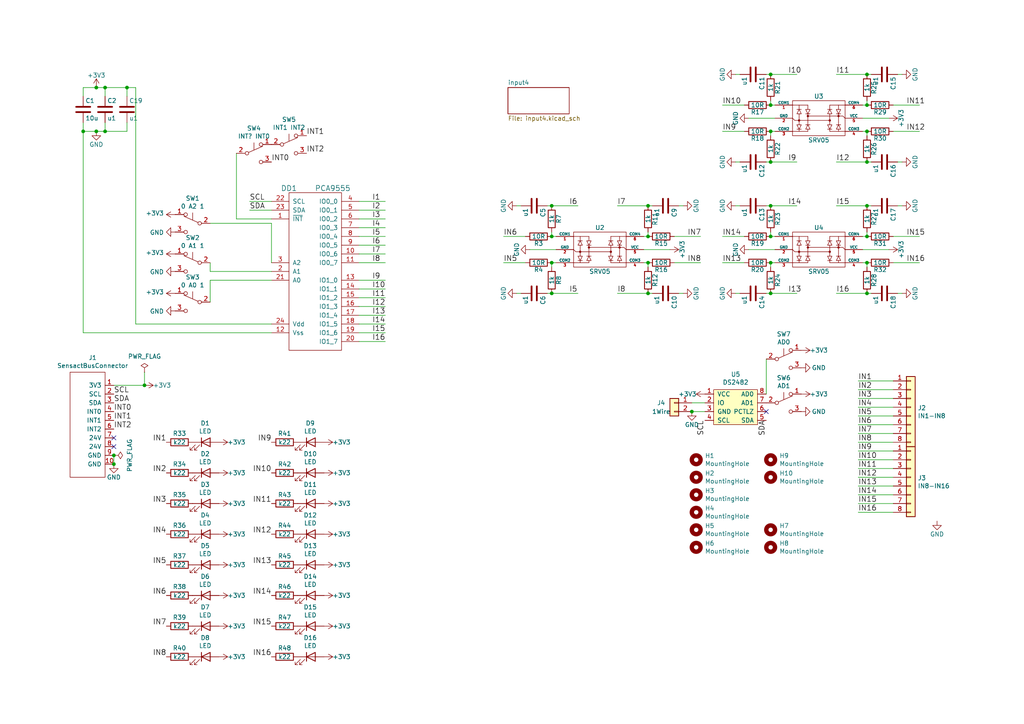
<source format=kicad_sch>
(kicad_sch (version 20211123) (generator eeschema)
  (paper "A4")
  (junction (at 33.02 134.62))
  (junction (at 200.66 119.38))
  (junction (at 223.52 85.09))
  (junction (at 41.91 111.76))
  (junction (at 251.46 46.99))
  (junction (at 223.52 76.2))
  (junction (at 223.52 46.99))
  (junction (at 187.96 76.2))
  (junction (at 187.96 59.69))
  (junction (at 251.46 59.69))
  (junction (at 30.48 38.1))
  (junction (at 187.96 68.58))
  (junction (at 251.46 76.2))
  (junction (at 251.46 21.59))
  (junction (at 160.02 68.58))
  (junction (at 187.96 85.09))
  (junction (at 160.02 85.09))
  (junction (at 160.02 76.2))
  (junction (at 223.52 68.58))
  (junction (at 27.94 38.1))
  (junction (at 33.02 132.08))
  (junction (at 223.52 21.59))
  (junction (at 24.13 38.1))
  (junction (at 160.02 59.69))
  (junction (at 30.48 25.4))
  (junction (at 223.52 30.48))
  (junction (at 251.46 68.58))
  (junction (at 251.46 85.09))
  (junction (at 223.52 59.69))
  (junction (at 251.46 38.1))
  (junction (at 27.94 25.4))
  (junction (at 223.52 38.1))
  (junction (at 251.46 30.48))
  (junction (at 36.83 25.4))
  (no_connect (at 33.02 127))
  (no_connect (at 33.02 129.54))
  (no_connect (at 222.25 119.38))
  (wire (pts (xy 104.14 91.44) (xy 111.76 91.44)))
  (wire (pts (xy 198.12 59.69) (xy 196.85 59.69)))
  (wire (pts (xy 223.52 38.1) (xy 223.52 39.37)))
  (wire (pts (xy 151.13 85.09) (xy 149.86 85.09)))
  (wire (pts (xy 24.13 38.1) (xy 27.94 38.1)))
  (wire (pts (xy 215.9 30.48) (xy 209.55 30.48)))
  (wire (pts (xy 223.52 21.59) (xy 231.14 21.59)))
  (wire (pts (xy 257.81 34.29) (xy 250.19 34.29)))
  (wire (pts (xy 222.25 21.59) (xy 223.52 21.59)))
  (wire (pts (xy 27.94 25.4) (xy 30.48 25.4)))
  (wire (pts (xy 68.58 44.45) (xy 68.58 63.5)))
  (wire (pts (xy 36.83 25.4) (xy 39.37 25.4)))
  (wire (pts (xy 24.13 38.1) (xy 24.13 96.52)))
  (wire (pts (xy 179.07 85.09) (xy 187.96 85.09)))
  (wire (pts (xy 223.52 68.58) (xy 223.52 67.31)))
  (wire (pts (xy 259.08 125.73) (xy 248.92 125.73)))
  (wire (pts (xy 60.96 64.77) (xy 78.74 64.77)))
  (wire (pts (xy 30.48 38.1) (xy 30.48 35.56)))
  (wire (pts (xy 250.19 30.48) (xy 251.46 30.48)))
  (wire (pts (xy 224.79 72.39) (xy 217.17 72.39)))
  (wire (pts (xy 222.25 85.09) (xy 223.52 85.09)))
  (wire (pts (xy 259.08 138.43) (xy 248.92 138.43)))
  (wire (pts (xy 104.14 81.28) (xy 111.76 81.28)))
  (wire (pts (xy 60.96 78.74) (xy 78.74 78.74)))
  (wire (pts (xy 30.48 25.4) (xy 30.48 27.94)))
  (wire (pts (xy 251.46 59.69) (xy 252.73 59.69)))
  (wire (pts (xy 195.58 68.58) (xy 203.2 68.58)))
  (wire (pts (xy 261.62 46.99) (xy 260.35 46.99)))
  (wire (pts (xy 78.74 93.98) (xy 39.37 93.98)))
  (wire (pts (xy 104.14 73.66) (xy 111.76 73.66)))
  (wire (pts (xy 259.08 133.35) (xy 248.92 133.35)))
  (wire (pts (xy 104.14 58.42) (xy 111.76 58.42)))
  (wire (pts (xy 78.74 81.28) (xy 60.96 81.28)))
  (wire (pts (xy 187.96 68.58) (xy 187.96 67.31)))
  (wire (pts (xy 187.96 85.09) (xy 189.23 85.09)))
  (wire (pts (xy 30.48 38.1) (xy 36.83 38.1)))
  (wire (pts (xy 104.14 68.58) (xy 111.76 68.58)))
  (wire (pts (xy 223.52 30.48) (xy 223.52 29.21)))
  (wire (pts (xy 104.14 66.04) (xy 111.76 66.04)))
  (wire (pts (xy 251.46 68.58) (xy 251.46 67.31)))
  (wire (pts (xy 24.13 25.4) (xy 27.94 25.4)))
  (wire (pts (xy 222.25 104.14) (xy 222.25 114.3)))
  (wire (pts (xy 36.83 25.4) (xy 36.83 27.94)))
  (wire (pts (xy 259.08 123.19) (xy 248.92 123.19)))
  (wire (pts (xy 224.79 68.58) (xy 223.52 68.58)))
  (wire (pts (xy 161.29 72.39) (xy 153.67 72.39)))
  (wire (pts (xy 36.83 38.1) (xy 36.83 35.56)))
  (wire (pts (xy 259.08 113.03) (xy 248.92 113.03)))
  (wire (pts (xy 78.74 60.96) (xy 72.39 60.96)))
  (wire (pts (xy 186.69 68.58) (xy 187.96 68.58)))
  (wire (pts (xy 215.9 68.58) (xy 209.55 68.58)))
  (wire (pts (xy 259.08 115.57) (xy 248.92 115.57)))
  (wire (pts (xy 223.52 59.69) (xy 231.14 59.69)))
  (wire (pts (xy 223.52 85.09) (xy 231.14 85.09)))
  (wire (pts (xy 214.63 21.59) (xy 213.36 21.59)))
  (wire (pts (xy 259.08 76.2) (xy 266.7 76.2)))
  (wire (pts (xy 251.46 30.48) (xy 251.46 29.21)))
  (wire (pts (xy 60.96 76.2) (xy 60.96 78.74)))
  (wire (pts (xy 215.9 38.1) (xy 209.55 38.1)))
  (wire (pts (xy 78.74 63.5) (xy 68.58 63.5)))
  (wire (pts (xy 104.14 88.9) (xy 111.76 88.9)))
  (wire (pts (xy 27.94 38.1) (xy 30.48 38.1)))
  (wire (pts (xy 251.46 76.2) (xy 251.46 77.47)))
  (wire (pts (xy 250.19 38.1) (xy 251.46 38.1)))
  (wire (pts (xy 259.08 140.97) (xy 248.92 140.97)))
  (wire (pts (xy 104.14 99.06) (xy 111.76 99.06)))
  (wire (pts (xy 151.13 59.69) (xy 149.86 59.69)))
  (wire (pts (xy 223.52 76.2) (xy 223.52 77.47)))
  (wire (pts (xy 33.02 132.08) (xy 33.02 134.62)))
  (wire (pts (xy 78.74 58.42) (xy 72.39 58.42)))
  (wire (pts (xy 104.14 93.98) (xy 111.76 93.98)))
  (wire (pts (xy 259.08 130.81) (xy 248.92 130.81)))
  (wire (pts (xy 104.14 83.82) (xy 111.76 83.82)))
  (wire (pts (xy 158.75 85.09) (xy 160.02 85.09)))
  (wire (pts (xy 160.02 76.2) (xy 161.29 76.2)))
  (wire (pts (xy 261.62 59.69) (xy 260.35 59.69)))
  (wire (pts (xy 152.4 68.58) (xy 146.05 68.58)))
  (wire (pts (xy 259.08 120.65) (xy 248.92 120.65)))
  (wire (pts (xy 194.31 72.39) (xy 186.69 72.39)))
  (wire (pts (xy 198.12 85.09) (xy 196.85 85.09)))
  (wire (pts (xy 259.08 146.05) (xy 248.92 146.05)))
  (wire (pts (xy 104.14 71.12) (xy 111.76 71.12)))
  (wire (pts (xy 204.47 119.38) (xy 200.66 119.38)))
  (wire (pts (xy 33.02 111.76) (xy 41.91 111.76)))
  (wire (pts (xy 78.74 64.77) (xy 78.74 76.2)))
  (wire (pts (xy 223.52 46.99) (xy 231.14 46.99)))
  (wire (pts (xy 242.57 85.09) (xy 251.46 85.09)))
  (wire (pts (xy 223.52 76.2) (xy 224.79 76.2)))
  (wire (pts (xy 259.08 30.48) (xy 266.7 30.48)))
  (wire (pts (xy 215.9 76.2) (xy 209.55 76.2)))
  (wire (pts (xy 186.69 76.2) (xy 187.96 76.2)))
  (wire (pts (xy 259.08 128.27) (xy 248.92 128.27)))
  (wire (pts (xy 152.4 76.2) (xy 146.05 76.2)))
  (wire (pts (xy 24.13 35.56) (xy 24.13 38.1)))
  (wire (pts (xy 24.13 25.4) (xy 24.13 27.94)))
  (wire (pts (xy 158.75 59.69) (xy 160.02 59.69)))
  (wire (pts (xy 214.63 46.99) (xy 213.36 46.99)))
  (wire (pts (xy 259.08 143.51) (xy 248.92 143.51)))
  (wire (pts (xy 259.08 148.59) (xy 248.92 148.59)))
  (wire (pts (xy 242.57 21.59) (xy 251.46 21.59)))
  (wire (pts (xy 222.25 46.99) (xy 223.52 46.99)))
  (wire (pts (xy 224.79 30.48) (xy 223.52 30.48)))
  (wire (pts (xy 259.08 135.89) (xy 248.92 135.89)))
  (wire (pts (xy 251.46 85.09) (xy 252.73 85.09)))
  (wire (pts (xy 259.08 118.11) (xy 248.92 118.11)))
  (wire (pts (xy 60.96 81.28) (xy 60.96 87.63)))
  (wire (pts (xy 223.52 38.1) (xy 224.79 38.1)))
  (wire (pts (xy 179.07 59.69) (xy 187.96 59.69)))
  (wire (pts (xy 195.58 76.2) (xy 203.2 76.2)))
  (wire (pts (xy 104.14 60.96) (xy 111.76 60.96)))
  (wire (pts (xy 259.08 68.58) (xy 266.7 68.58)))
  (wire (pts (xy 251.46 38.1) (xy 251.46 39.37)))
  (wire (pts (xy 187.96 59.69) (xy 189.23 59.69)))
  (wire (pts (xy 160.02 85.09) (xy 167.64 85.09)))
  (wire (pts (xy 24.13 96.52) (xy 78.74 96.52)))
  (wire (pts (xy 250.19 68.58) (xy 251.46 68.58)))
  (wire (pts (xy 214.63 85.09) (xy 213.36 85.09)))
  (wire (pts (xy 160.02 68.58) (xy 160.02 67.31)))
  (wire (pts (xy 39.37 93.98) (xy 39.37 25.4)))
  (wire (pts (xy 257.81 72.39) (xy 250.19 72.39)))
  (wire (pts (xy 41.91 107.95) (xy 41.91 111.76)))
  (wire (pts (xy 160.02 59.69) (xy 167.64 59.69)))
  (wire (pts (xy 161.29 68.58) (xy 160.02 68.58)))
  (wire (pts (xy 242.57 59.69) (xy 251.46 59.69)))
  (wire (pts (xy 187.96 76.2) (xy 187.96 77.47)))
  (wire (pts (xy 250.19 76.2) (xy 251.46 76.2)))
  (wire (pts (xy 214.63 59.69) (xy 213.36 59.69)))
  (wire (pts (xy 160.02 76.2) (xy 160.02 77.47)))
  (wire (pts (xy 30.48 25.4) (xy 36.83 25.4)))
  (wire (pts (xy 251.46 21.59) (xy 252.73 21.59)))
  (wire (pts (xy 259.08 38.1) (xy 266.7 38.1)))
  (wire (pts (xy 259.08 110.49) (xy 248.92 110.49)))
  (wire (pts (xy 104.14 86.36) (xy 111.76 86.36)))
  (wire (pts (xy 104.14 96.52) (xy 111.76 96.52)))
  (wire (pts (xy 200.66 116.84) (xy 204.47 116.84)))
  (wire (pts (xy 104.14 63.5) (xy 111.76 63.5)))
  (wire (pts (xy 224.79 34.29) (xy 217.17 34.29)))
  (wire (pts (xy 242.57 46.99) (xy 251.46 46.99)))
  (wire (pts (xy 261.62 21.59) (xy 260.35 21.59)))
  (wire (pts (xy 104.14 76.2) (xy 111.76 76.2)))
  (wire (pts (xy 222.25 59.69) (xy 223.52 59.69)))
  (wire (pts (xy 261.62 85.09) (xy 260.35 85.09)))
  (wire (pts (xy 251.46 46.99) (xy 252.73 46.99)))
  (label "I12" (at 242.57 46.99 0) (effects (font (size 1.524 1.524))))
  (label "IN14" (at 248.92 143.51 0) (effects (font (size 1.524 1.524))))
  (label "IN2" (at 48.26 137.16 180) (effects (font (size 1.524 1.524))))
  (label "I12" (at 107.95 88.9 0) (effects (font (size 1.524 1.524))))
  (label "I1" (at 107.95 58.42 0) (effects (font (size 1.524 1.524))))
  (label "I13" (at 107.95 91.44 0) (effects (font (size 1.524 1.524))))
  (label "I7" (at 107.95 73.66 0) (effects (font (size 1.524 1.524))))
  (label "IN1" (at 48.26 128.27 180) (effects (font (size 1.524 1.524))))
  (label "INT0" (at 33.02 119.38 0) (effects (font (size 1.524 1.524))))
  (label "IN15" (at 248.92 146.05 0) (effects (font (size 1.524 1.524))))
  (label "I7" (at 179.07 59.69 0) (effects (font (size 1.524 1.524))))
  (label "IN15" (at 78.74 181.61 180) (effects (font (size 1.524 1.524))))
  (label "IN12" (at 248.92 138.43 0) (effects (font (size 1.524 1.524))))
  (label "IN15" (at 262.89 68.58 0) (effects (font (size 1.524 1.524))))
  (label "I8" (at 179.07 85.09 0) (effects (font (size 1.524 1.524))))
  (label "I9" (at 107.95 81.28 0) (effects (font (size 1.524 1.524))))
  (label "I10" (at 228.6 21.59 0) (effects (font (size 1.524 1.524))))
  (label "IN3" (at 248.92 115.57 0) (effects (font (size 1.524 1.524))))
  (label "I5" (at 107.95 68.58 0) (effects (font (size 1.524 1.524))))
  (label "I6" (at 165.1 59.69 0) (effects (font (size 1.524 1.524))))
  (label "IN5" (at 48.26 163.83 180) (effects (font (size 1.524 1.524))))
  (label "IN16" (at 78.74 190.5 180) (effects (font (size 1.524 1.524))))
  (label "IN11" (at 248.92 135.89 0) (effects (font (size 1.524 1.524))))
  (label "IN14" (at 209.55 68.58 0) (effects (font (size 1.524 1.524))))
  (label "INT1" (at 88.9 39.37 0) (effects (font (size 1.524 1.524))))
  (label "IN7" (at 248.92 125.73 0) (effects (font (size 1.524 1.524))))
  (label "I13" (at 228.6 85.09 0) (effects (font (size 1.524 1.524))))
  (label "SDA" (at 222.25 121.92 270) (effects (font (size 1.524 1.524))))
  (label "I15" (at 242.57 59.69 0) (effects (font (size 1.524 1.524))))
  (label "IN5" (at 146.05 76.2 0) (effects (font (size 1.524 1.524))))
  (label "I15" (at 107.95 96.52 0) (effects (font (size 1.524 1.524))))
  (label "SCL" (at 33.02 114.3 0) (effects (font (size 1.524 1.524))))
  (label "IN8" (at 248.92 128.27 0) (effects (font (size 1.524 1.524))))
  (label "I6" (at 107.95 71.12 0) (effects (font (size 1.524 1.524))))
  (label "I2" (at 107.95 60.96 0) (effects (font (size 1.524 1.524))))
  (label "IN5" (at 248.92 120.65 0) (effects (font (size 1.524 1.524))))
  (label "INT2" (at 33.02 124.46 0) (effects (font (size 1.524 1.524))))
  (label "IN10" (at 209.55 30.48 0) (effects (font (size 1.524 1.524))))
  (label "IN9" (at 209.55 38.1 0) (effects (font (size 1.524 1.524))))
  (label "I11" (at 242.57 21.59 0) (effects (font (size 1.524 1.524))))
  (label "IN6" (at 146.05 68.58 0) (effects (font (size 1.524 1.524))))
  (label "IN13" (at 209.55 76.2 0) (effects (font (size 1.524 1.524))))
  (label "I14" (at 107.95 93.98 0) (effects (font (size 1.524 1.524))))
  (label "IN7" (at 199.39 68.58 0) (effects (font (size 1.524 1.524))))
  (label "SCL" (at 72.39 58.42 0) (effects (font (size 1.524 1.524))))
  (label "IN12" (at 78.74 154.94 180) (effects (font (size 1.524 1.524))))
  (label "SDA" (at 72.39 60.96 0) (effects (font (size 1.524 1.524))))
  (label "IN11" (at 78.74 146.05 180) (effects (font (size 1.524 1.524))))
  (label "IN11" (at 262.89 30.48 0) (effects (font (size 1.524 1.524))))
  (label "IN4" (at 48.26 154.94 180) (effects (font (size 1.524 1.524))))
  (label "IN4" (at 248.92 118.11 0) (effects (font (size 1.524 1.524))))
  (label "INT0" (at 78.74 46.99 0) (effects (font (size 1.524 1.524))))
  (label "IN13" (at 248.92 140.97 0) (effects (font (size 1.524 1.524))))
  (label "IN14" (at 78.74 172.72 180) (effects (font (size 1.524 1.524))))
  (label "IN6" (at 248.92 123.19 0) (effects (font (size 1.524 1.524))))
  (label "I11" (at 107.95 86.36 0) (effects (font (size 1.524 1.524))))
  (label "IN7" (at 48.26 181.61 180) (effects (font (size 1.524 1.524))))
  (label "IN16" (at 248.92 148.59 0) (effects (font (size 1.524 1.524))))
  (label "IN9" (at 78.74 128.27 180) (effects (font (size 1.524 1.524))))
  (label "IN10" (at 78.74 137.16 180) (effects (font (size 1.524 1.524))))
  (label "INT1" (at 33.02 121.92 0) (effects (font (size 1.524 1.524))))
  (label "IN3" (at 48.26 146.05 180) (effects (font (size 1.524 1.524))))
  (label "SDA" (at 33.02 116.84 0) (effects (font (size 1.524 1.524))))
  (label "I10" (at 107.95 83.82 0) (effects (font (size 1.524 1.524))))
  (label "I14" (at 228.6 59.69 0) (effects (font (size 1.524 1.524))))
  (label "I5" (at 165.1 85.09 0) (effects (font (size 1.524 1.524))))
  (label "IN9" (at 248.92 130.81 0) (effects (font (size 1.524 1.524))))
  (label "I16" (at 107.95 99.06 0) (effects (font (size 1.524 1.524))))
  (label "IN13" (at 78.74 163.83 180) (effects (font (size 1.524 1.524))))
  (label "IN2" (at 248.92 113.03 0) (effects (font (size 1.524 1.524))))
  (label "I4" (at 107.95 66.04 0) (effects (font (size 1.524 1.524))))
  (label "IN1" (at 248.92 110.49 0) (effects (font (size 1.524 1.524))))
  (label "IN12" (at 262.89 38.1 0) (effects (font (size 1.524 1.524))))
  (label "IN10" (at 248.92 133.35 0) (effects (font (size 1.524 1.524))))
  (label "IN8" (at 48.26 190.5 180) (effects (font (size 1.524 1.524))))
  (label "I3" (at 107.95 63.5 0) (effects (font (size 1.524 1.524))))
  (label "I16" (at 242.57 85.09 0) (effects (font (size 1.524 1.524))))
  (label "IN6" (at 48.26 172.72 180) (effects (font (size 1.524 1.524))))
  (label "IN16" (at 262.89 76.2 0) (effects (font (size 1.524 1.524))))
  (label "IN8" (at 199.39 76.2 0) (effects (font (size 1.524 1.524))))
  (label "INT2" (at 88.9 44.45 0) (effects (font (size 1.524 1.524))))
  (label "SCL" (at 204.47 121.92 270) (effects (font (size 1.524 1.524))))
  (label "I8" (at 107.95 76.2 0) (effects (font (size 1.524 1.524))))
  (label "I9" (at 228.6 46.99 0) (effects (font (size 1.524 1.524))))
  (symbol (lib_id "sensactInpExt-rescue:PCA9555") (at 90.17 78.74 0) (unit 1)
    (property "Reference" "DD1" (at 83.82 54.61 0) (effects (font (size 1.524 1.524))))
    (property "Value" "PCA9555" (at 96.52 54.61 0) (effects (font (size 1.524 1.524))))
    (property "Footprint" "liebler_SEMICONDUCTORS:TSSOP-24_4.4x7.8mm_Pitch0.65mm_handsolder" (effects hide))
  )
  (symbol (lib_id "sensactInpExt-rescue:SRV05") (at 173.99 72.39 0) (unit 1)
    (property "Reference" "U2" (at 173.99 66.04 0))
    (property "Value" "SRV05" (at 173.99 78.74 0))
    (property "Footprint" "sensact:SOT-23-6_handsolder" (effects hide))
  )
  (symbol (lib_id "Device:R") (at 156.21 68.58 270) (unit 1)
    (property "Reference" "R3" (at 156.21 70.612 90))
    (property "Value" "10R" (at 156.21 68.58 90))
    (property "Footprint" "Resistor_SMD:R_0805_2012Metric_Pad1.20x1.40mm_HandSolder" (effects hide))
  )
  (symbol (lib_id "Device:R") (at 156.21 76.2 270) (unit 1)
    (property "Reference" "R4" (at 156.21 78.232 90))
    (property "Value" "10R" (at 156.21 76.2 90))
    (property "Footprint" "Resistor_SMD:R_0805_2012Metric_Pad1.20x1.40mm_HandSolder" (effects hide))
  )
  (symbol (lib_id "Device:R") (at 191.77 68.58 270) (unit 1)
    (property "Reference" "R15" (at 191.77 70.612 90))
    (property "Value" "10R" (at 191.77 68.58 90))
    (property "Footprint" "Resistor_SMD:R_0805_2012Metric_Pad1.20x1.40mm_HandSolder" (effects hide))
  )
  (symbol (lib_id "Device:R") (at 191.77 76.2 270) (unit 1)
    (property "Reference" "R16" (at 191.77 78.232 90))
    (property "Value" "10R" (at 191.77 76.2 90))
    (property "Footprint" "Resistor_SMD:R_0805_2012Metric_Pad1.20x1.40mm_HandSolder" (effects hide))
  )
  (symbol (lib_id "Device:R") (at 187.96 63.5 0) (unit 1)
    (property "Reference" "R11" (at 189.992 63.5 90))
    (property "Value" "1k" (at 187.96 63.5 90))
    (property "Footprint" "Resistor_SMD:R_0805_2012Metric_Pad1.20x1.40mm_HandSolder" (effects hide))
  )
  (symbol (lib_id "Device:R") (at 160.02 63.5 0) (unit 1)
    (property "Reference" "R7" (at 162.052 63.5 90))
    (property "Value" "1k" (at 160.02 63.5 90))
    (property "Footprint" "Resistor_SMD:R_0805_2012Metric_Pad1.20x1.40mm_HandSolder" (effects hide))
  )
  (symbol (lib_id "Device:R") (at 160.02 81.28 0) (unit 1)
    (property "Reference" "R8" (at 162.052 81.28 90))
    (property "Value" "1k" (at 160.02 81.28 90))
    (property "Footprint" "Resistor_SMD:R_0805_2012Metric_Pad1.20x1.40mm_HandSolder" (effects hide))
  )
  (symbol (lib_id "Device:R") (at 187.96 81.28 0) (unit 1)
    (property "Reference" "R12" (at 189.992 81.28 90))
    (property "Value" "1k" (at 187.96 81.28 90))
    (property "Footprint" "Resistor_SMD:R_0805_2012Metric_Pad1.20x1.40mm_HandSolder" (effects hide))
  )
  (symbol (lib_id "Device:C") (at 193.04 59.69 270) (unit 1)
    (property "Reference" "C9" (at 195.58 60.325 0) (effects (justify left)))
    (property "Value" "u1" (at 190.5 60.325 0) (effects (justify left)))
    (property "Footprint" "Capacitor_SMD:C_0805_2012Metric_Pad1.18x1.45mm_HandSolder" (effects hide))
  )
  (symbol (lib_id "Device:C") (at 154.94 59.69 270) (unit 1)
    (property "Reference" "C5" (at 157.48 60.325 0) (effects (justify left)))
    (property "Value" "u1" (at 152.4 60.325 0) (effects (justify left)))
    (property "Footprint" "Capacitor_SMD:C_0805_2012Metric_Pad1.18x1.45mm_HandSolder" (effects hide))
  )
  (symbol (lib_id "Device:C") (at 154.94 85.09 270) (unit 1)
    (property "Reference" "C6" (at 157.48 85.725 0) (effects (justify left)))
    (property "Value" "u1" (at 152.4 85.725 0) (effects (justify left)))
    (property "Footprint" "Capacitor_SMD:C_0805_2012Metric_Pad1.18x1.45mm_HandSolder" (effects hide))
  )
  (symbol (lib_id "Device:C") (at 193.04 85.09 270) (unit 1)
    (property "Reference" "C10" (at 195.58 85.725 0) (effects (justify left)))
    (property "Value" "u1" (at 190.5 85.725 0) (effects (justify left)))
    (property "Footprint" "Capacitor_SMD:C_0805_2012Metric_Pad1.18x1.45mm_HandSolder" (effects hide))
  )
  (symbol (lib_id "power:+3V3") (at 194.31 72.39 270) (unit 1)
    (property "Reference" "#PWR07" (effects hide))
    (property "Value" "+3V3" (at 197.866 72.39 0))
  )
  (symbol (lib_id "power:GND") (at 198.12 59.69 90) (unit 1)
    (property "Reference" "#PWR08" (effects hide))
    (property "Value" "GND" (at 201.93 59.69 0))
  )
  (symbol (lib_id "power:GND") (at 198.12 85.09 90) (unit 1)
    (property "Reference" "#PWR09" (effects hide))
    (property "Value" "GND" (at 201.93 85.09 0))
  )
  (symbol (lib_id "power:GND") (at 149.86 59.69 270) (unit 1)
    (property "Reference" "#PWR010" (effects hide))
    (property "Value" "GND" (at 146.05 59.69 0))
  )
  (symbol (lib_id "power:GND") (at 153.67 72.39 270) (unit 1)
    (property "Reference" "#PWR011" (effects hide))
    (property "Value" "GND" (at 149.86 72.39 0))
  )
  (symbol (lib_id "power:GND") (at 149.86 85.09 270) (unit 1)
    (property "Reference" "#PWR012" (effects hide))
    (property "Value" "GND" (at 146.05 85.09 0))
  )
  (symbol (lib_id "sensactInpExt-rescue:SRV05") (at 237.49 34.29 0) (unit 1)
    (property "Reference" "U3" (at 237.49 27.94 0))
    (property "Value" "SRV05" (at 237.49 40.64 0))
    (property "Footprint" "sensact:SOT-23-6_handsolder" (effects hide))
  )
  (symbol (lib_id "Device:R") (at 219.71 30.48 270) (unit 1)
    (property "Reference" "R17" (at 219.71 32.512 90))
    (property "Value" "10R" (at 219.71 30.48 90))
    (property "Footprint" "Resistor_SMD:R_0805_2012Metric_Pad1.20x1.40mm_HandSolder" (effects hide))
  )
  (symbol (lib_id "Device:R") (at 219.71 38.1 270) (unit 1)
    (property "Reference" "R18" (at 219.71 40.132 90))
    (property "Value" "10R" (at 219.71 38.1 90))
    (property "Footprint" "Resistor_SMD:R_0805_2012Metric_Pad1.20x1.40mm_HandSolder" (effects hide))
  )
  (symbol (lib_id "Device:R") (at 255.27 30.48 270) (unit 1)
    (property "Reference" "R29" (at 255.27 32.512 90))
    (property "Value" "10R" (at 255.27 30.48 90))
    (property "Footprint" "Resistor_SMD:R_0805_2012Metric_Pad1.20x1.40mm_HandSolder" (effects hide))
  )
  (symbol (lib_id "Device:R") (at 255.27 38.1 270) (unit 1)
    (property "Reference" "R30" (at 255.27 40.132 90))
    (property "Value" "10R" (at 255.27 38.1 90))
    (property "Footprint" "Resistor_SMD:R_0805_2012Metric_Pad1.20x1.40mm_HandSolder" (effects hide))
  )
  (symbol (lib_id "Device:R") (at 251.46 25.4 0) (unit 1)
    (property "Reference" "R25" (at 253.492 25.4 90))
    (property "Value" "1k" (at 251.46 25.4 90))
    (property "Footprint" "Resistor_SMD:R_0805_2012Metric_Pad1.20x1.40mm_HandSolder" (effects hide))
  )
  (symbol (lib_id "Device:R") (at 223.52 25.4 0) (unit 1)
    (property "Reference" "R21" (at 225.552 25.4 90))
    (property "Value" "1k" (at 223.52 25.4 90))
    (property "Footprint" "Resistor_SMD:R_0805_2012Metric_Pad1.20x1.40mm_HandSolder" (effects hide))
  )
  (symbol (lib_id "Device:R") (at 223.52 43.18 0) (unit 1)
    (property "Reference" "R22" (at 225.552 43.18 90))
    (property "Value" "1k" (at 223.52 43.18 90))
    (property "Footprint" "Resistor_SMD:R_0805_2012Metric_Pad1.20x1.40mm_HandSolder" (effects hide))
  )
  (symbol (lib_id "Device:R") (at 251.46 43.18 0) (unit 1)
    (property "Reference" "R26" (at 253.492 43.18 90))
    (property "Value" "1k" (at 251.46 43.18 90))
    (property "Footprint" "Resistor_SMD:R_0805_2012Metric_Pad1.20x1.40mm_HandSolder" (effects hide))
  )
  (symbol (lib_id "Device:C") (at 256.54 21.59 270) (unit 1)
    (property "Reference" "C15" (at 259.08 22.225 0) (effects (justify left)))
    (property "Value" "u1" (at 254 22.225 0) (effects (justify left)))
    (property "Footprint" "Capacitor_SMD:C_0805_2012Metric_Pad1.18x1.45mm_HandSolder" (effects hide))
  )
  (symbol (lib_id "Device:C") (at 218.44 21.59 270) (unit 1)
    (property "Reference" "C11" (at 220.98 22.225 0) (effects (justify left)))
    (property "Value" "u1" (at 215.9 22.225 0) (effects (justify left)))
    (property "Footprint" "Capacitor_SMD:C_0805_2012Metric_Pad1.18x1.45mm_HandSolder" (effects hide))
  )
  (symbol (lib_id "Device:C") (at 218.44 46.99 270) (unit 1)
    (property "Reference" "C12" (at 220.98 47.625 0) (effects (justify left)))
    (property "Value" "u1" (at 215.9 47.625 0) (effects (justify left)))
    (property "Footprint" "Capacitor_SMD:C_0805_2012Metric_Pad1.18x1.45mm_HandSolder" (effects hide))
  )
  (symbol (lib_id "Device:C") (at 256.54 46.99 270) (unit 1)
    (property "Reference" "C16" (at 259.08 47.625 0) (effects (justify left)))
    (property "Value" "u1" (at 254 47.625 0) (effects (justify left)))
    (property "Footprint" "Capacitor_SMD:C_0805_2012Metric_Pad1.18x1.45mm_HandSolder" (effects hide))
  )
  (symbol (lib_id "power:+3V3") (at 257.81 34.29 270) (unit 1)
    (property "Reference" "#PWR013" (effects hide))
    (property "Value" "+3V3" (at 261.366 34.29 0))
  )
  (symbol (lib_id "power:GND") (at 261.62 21.59 90) (unit 1)
    (property "Reference" "#PWR014" (effects hide))
    (property "Value" "GND" (at 265.43 21.59 0))
  )
  (symbol (lib_id "power:GND") (at 261.62 46.99 90) (unit 1)
    (property "Reference" "#PWR015" (effects hide))
    (property "Value" "GND" (at 265.43 46.99 0))
  )
  (symbol (lib_id "power:GND") (at 213.36 21.59 270) (unit 1)
    (property "Reference" "#PWR016" (effects hide))
    (property "Value" "GND" (at 209.55 21.59 0))
  )
  (symbol (lib_id "power:GND") (at 217.17 34.29 270) (unit 1)
    (property "Reference" "#PWR017" (effects hide))
    (property "Value" "GND" (at 213.36 34.29 0))
  )
  (symbol (lib_id "power:GND") (at 213.36 46.99 270) (unit 1)
    (property "Reference" "#PWR018" (effects hide))
    (property "Value" "GND" (at 209.55 46.99 0))
  )
  (symbol (lib_id "sensactInpExt-rescue:SRV05") (at 237.49 72.39 0) (unit 1)
    (property "Reference" "U4" (at 237.49 66.04 0))
    (property "Value" "SRV05" (at 237.49 78.74 0))
    (property "Footprint" "sensact:SOT-23-6_handsolder" (effects hide))
  )
  (symbol (lib_id "Device:R") (at 219.71 68.58 270) (unit 1)
    (property "Reference" "R19" (at 219.71 70.612 90))
    (property "Value" "10R" (at 219.71 68.58 90))
    (property "Footprint" "Resistor_SMD:R_0805_2012Metric_Pad1.20x1.40mm_HandSolder" (effects hide))
  )
  (symbol (lib_id "Device:R") (at 219.71 76.2 270) (unit 1)
    (property "Reference" "R20" (at 219.71 78.232 90))
    (property "Value" "10R" (at 219.71 76.2 90))
    (property "Footprint" "Resistor_SMD:R_0805_2012Metric_Pad1.20x1.40mm_HandSolder" (effects hide))
  )
  (symbol (lib_id "Device:R") (at 255.27 68.58 270) (unit 1)
    (property "Reference" "R31" (at 255.27 70.612 90))
    (property "Value" "10R" (at 255.27 68.58 90))
    (property "Footprint" "Resistor_SMD:R_0805_2012Metric_Pad1.20x1.40mm_HandSolder" (effects hide))
  )
  (symbol (lib_id "Device:R") (at 255.27 76.2 270) (unit 1)
    (property "Reference" "R32" (at 255.27 78.232 90))
    (property "Value" "10R" (at 255.27 76.2 90))
    (property "Footprint" "Resistor_SMD:R_0805_2012Metric_Pad1.20x1.40mm_HandSolder" (effects hide))
  )
  (symbol (lib_id "Device:R") (at 251.46 63.5 0) (unit 1)
    (property "Reference" "R27" (at 253.492 63.5 90))
    (property "Value" "1k" (at 251.46 63.5 90))
    (property "Footprint" "Resistor_SMD:R_0805_2012Metric_Pad1.20x1.40mm_HandSolder" (effects hide))
  )
  (symbol (lib_id "Device:R") (at 223.52 63.5 0) (unit 1)
    (property "Reference" "R23" (at 225.552 63.5 90))
    (property "Value" "1k" (at 223.52 63.5 90))
    (property "Footprint" "Resistor_SMD:R_0805_2012Metric_Pad1.20x1.40mm_HandSolder" (effects hide))
  )
  (symbol (lib_id "Device:R") (at 223.52 81.28 0) (unit 1)
    (property "Reference" "R24" (at 225.552 81.28 90))
    (property "Value" "1k" (at 223.52 81.28 90))
    (property "Footprint" "Resistor_SMD:R_0805_2012Metric_Pad1.20x1.40mm_HandSolder" (effects hide))
  )
  (symbol (lib_id "Device:R") (at 251.46 81.28 0) (unit 1)
    (property "Reference" "R28" (at 253.492 81.28 90))
    (property "Value" "1k" (at 251.46 81.28 90))
    (property "Footprint" "Resistor_SMD:R_0805_2012Metric_Pad1.20x1.40mm_HandSolder" (effects hide))
  )
  (symbol (lib_id "Device:C") (at 256.54 59.69 270) (unit 1)
    (property "Reference" "C17" (at 259.08 60.325 0) (effects (justify left)))
    (property "Value" "u1" (at 254 60.325 0) (effects (justify left)))
    (property "Footprint" "Capacitor_SMD:C_0805_2012Metric_Pad1.18x1.45mm_HandSolder" (effects hide))
  )
  (symbol (lib_id "Device:C") (at 218.44 59.69 270) (unit 1)
    (property "Reference" "C13" (at 220.98 60.325 0) (effects (justify left)))
    (property "Value" "u1" (at 215.9 60.325 0) (effects (justify left)))
    (property "Footprint" "Capacitor_SMD:C_0805_2012Metric_Pad1.18x1.45mm_HandSolder" (effects hide))
  )
  (symbol (lib_id "Device:C") (at 218.44 85.09 270) (unit 1)
    (property "Reference" "C14" (at 220.98 85.725 0) (effects (justify left)))
    (property "Value" "u1" (at 215.9 85.725 0) (effects (justify left)))
    (property "Footprint" "Capacitor_SMD:C_0805_2012Metric_Pad1.18x1.45mm_HandSolder" (effects hide))
  )
  (symbol (lib_id "Device:C") (at 256.54 85.09 270) (unit 1)
    (property "Reference" "C18" (at 259.08 85.725 0) (effects (justify left)))
    (property "Value" "u1" (at 254 85.725 0) (effects (justify left)))
    (property "Footprint" "Capacitor_SMD:C_0805_2012Metric_Pad1.18x1.45mm_HandSolder" (effects hide))
  )
  (symbol (lib_id "power:+3V3") (at 257.81 72.39 270) (unit 1)
    (property "Reference" "#PWR019" (effects hide))
    (property "Value" "+3V3" (at 261.366 72.39 0))
  )
  (symbol (lib_id "power:GND") (at 261.62 59.69 90) (unit 1)
    (property "Reference" "#PWR020" (effects hide))
    (property "Value" "GND" (at 265.43 59.69 0))
  )
  (symbol (lib_id "power:GND") (at 261.62 85.09 90) (unit 1)
    (property "Reference" "#PWR021" (effects hide))
    (property "Value" "GND" (at 265.43 85.09 0))
  )
  (symbol (lib_id "power:GND") (at 213.36 59.69 270) (unit 1)
    (property "Reference" "#PWR022" (effects hide))
    (property "Value" "GND" (at 209.55 59.69 0))
  )
  (symbol (lib_id "power:GND") (at 217.17 72.39 270) (unit 1)
    (property "Reference" "#PWR023" (effects hide))
    (property "Value" "GND" (at 213.36 72.39 0))
  )
  (symbol (lib_id "power:GND") (at 213.36 85.09 270) (unit 1)
    (property "Reference" "#PWR024" (effects hide))
    (property "Value" "GND" (at 209.55 85.09 0))
  )
  (symbol (lib_id "power:GND") (at 271.78 151.13 0) (unit 1)
    (property "Reference" "#PWR031" (effects hide))
    (property "Value" "GND" (at 271.78 154.94 0))
  )
  (symbol (lib_id "power:+3V3") (at 41.91 111.76 270) (unit 1)
    (property "Reference" "#PWR032" (effects hide))
    (property "Value" "+3V3" (at 46.99 111.76 90))
  )
  (symbol (lib_id "power:GND") (at 27.94 38.1 0) (unit 1)
    (property "Reference" "#PWR034" (effects hide))
    (property "Value" "GND" (at 27.94 41.91 0))
  )
  (symbol (lib_id "power:+3V3") (at 27.94 25.4 0) (unit 1)
    (property "Reference" "#PWR035" (effects hide))
    (property "Value" "+3V3" (at 27.94 21.844 0))
  )
  (symbol (lib_id "Device:C") (at 24.13 31.75 0) (unit 1)
    (property "Reference" "C1" (at 24.765 29.21 0) (effects (justify left)))
    (property "Value" "10u" (at 24.765 34.29 0) (effects (justify left)))
    (property "Footprint" "Capacitor_SMD:C_0805_2012Metric_Pad1.18x1.45mm_HandSolder" (effects hide))
  )
  (symbol (lib_id "Device:C") (at 30.48 31.75 0) (unit 1)
    (property "Reference" "C2" (at 31.115 29.21 0) (effects (justify left)))
    (property "Value" "u1" (at 31.115 34.29 0) (effects (justify left)))
    (property "Footprint" "Capacitor_SMD:C_0805_2012Metric_Pad1.18x1.45mm_HandSolder" (effects hide))
  )
  (symbol (lib_id "power:GND") (at 200.66 119.38 0) (unit 1)
    (property "Reference" "#PWR036" (effects hide))
    (property "Value" "GND" (at 200.66 123.19 0))
  )
  (symbol (lib_id "power:+3V3") (at 204.47 114.3 90) (unit 1)
    (property "Reference" "#PWR037" (effects hide))
    (property "Value" "+3V3" (at 199.39 114.3 90))
  )
  (symbol (lib_id "power:+3V3") (at 232.41 101.6 270) (unit 1)
    (property "Reference" "#PWR038" (effects hide))
    (property "Value" "+3V3" (at 237.49 101.6 90))
  )
  (symbol (lib_id "power:GND") (at 232.41 106.68 90) (unit 1)
    (property "Reference" "#PWR041" (effects hide))
    (property "Value" "GND" (at 237.49 106.68 90))
  )
  (symbol (lib_id "Device:C") (at 36.83 31.75 0) (unit 1)
    (property "Reference" "C19" (at 37.465 29.21 0) (effects (justify left)))
    (property "Value" "u1" (at 37.465 34.29 0) (effects (justify left)))
    (property "Footprint" "Capacitor_SMD:C_0805_2012Metric_Pad1.18x1.45mm_HandSolder" (effects hide))
  )
  (symbol (lib_id "power:GND") (at 33.02 134.62 0) (unit 1)
    (property "Reference" "#PWR044" (effects hide))
    (property "Value" "GND" (at 33.02 138.43 0))
  )
  (symbol (lib_id "power:PWR_FLAG") (at 41.91 107.95 0) (unit 1)
    (property "Reference" "#FLG045" (effects hide))
    (property "Value" "PWR_FLAG" (at 41.91 103.378 0))
  )
  (symbol (lib_id "Switch:SW_Push_SPDT") (at 55.88 64.77 0) (mirror y) (unit 1)
    (property "Reference" "SW1" (at 55.88 57.531 0))
    (property "Value" "0 A2 1" (at 55.88 59.8424 0))
    (property "Footprint" "liebler_MECH:Switch_SS12D00" (effects hide))
  )
  (symbol (lib_id "Connector_Generic:Conn_01x08") (at 264.16 118.11 0) (unit 1)
    (property "Reference" "J2" (at 266.192 118.3132 0) (effects (justify left)))
    (property "Value" "IN1-IN8" (at 266.192 120.6246 0) (effects (justify left)))
    (property "Footprint" "liebler_CONN:PhoenixContact_MC_0,5_8-G-2.5_1x08_P2.50mm_Horizontal" (effects hide))
  )
  (symbol (lib_id "Switch:SW_Push_SPDT") (at 55.88 76.2 0) (mirror y) (unit 1)
    (property "Reference" "SW2" (at 55.88 68.961 0))
    (property "Value" "0 A1 1" (at 55.88 71.2724 0))
    (property "Footprint" "liebler_MECH:Switch_SS12D00" (effects hide))
  )
  (symbol (lib_id "Switch:SW_Push_SPDT") (at 55.88 87.63 0) (mirror y) (unit 1)
    (property "Reference" "SW3" (at 55.88 80.391 0))
    (property "Value" "0 A0 1" (at 55.88 82.7024 0))
    (property "Footprint" "liebler_MECH:Switch_SS12D00" (effects hide))
  )
  (symbol (lib_id "power:+3V3") (at 50.8 62.23 90) (unit 1)
    (property "Reference" "#PWR025" (effects hide))
    (property "Value" "+3V3" (at 47.5488 61.849 90) (effects (justify left)))
  )
  (symbol (lib_id "Connector_Generic:Conn_01x08") (at 264.16 138.43 0) (unit 1)
    (property "Reference" "J3" (at 266.192 138.6332 0) (effects (justify left)))
    (property "Value" "IN8-IN16" (at 266.192 140.9446 0) (effects (justify left)))
    (property "Footprint" "liebler_CONN:PhoenixContact_MC_0,5_8-G-2.5_1x08_P2.50mm_Horizontal" (effects hide))
  )
  (symbol (lib_id "power:+3V3") (at 50.8 73.66 90) (unit 1)
    (property "Reference" "#PWR027" (effects hide))
    (property "Value" "+3V3" (at 47.5488 73.279 90) (effects (justify left)))
  )
  (symbol (lib_id "power:+3V3") (at 50.8 85.09 90) (unit 1)
    (property "Reference" "#PWR029" (effects hide))
    (property "Value" "+3V3" (at 47.5488 84.709 90) (effects (justify left)))
  )
  (symbol (lib_id "sensact:SensactBusConnector") (at 25.4 123.19 0) (unit 1)
    (property "Reference" "J1" (at 26.8732 103.759 0))
    (property "Value" "SensactBusConnector" (at 26.8732 106.0704 0))
    (property "Footprint" "Connector_IDC:IDC-Header_2x05_P2.54mm_Horizontal" (effects hide))
  )
  (symbol (lib_id "power:GND") (at 50.8 67.31 270) (unit 1)
    (property "Reference" "#PWR026" (effects hide))
    (property "Value" "GND" (at 47.5488 67.437 90) (effects (justify right)))
  )
  (symbol (lib_id "power:GND") (at 50.8 78.74 270) (unit 1)
    (property "Reference" "#PWR028" (effects hide))
    (property "Value" "GND" (at 47.5488 78.867 90) (effects (justify right)))
  )
  (symbol (lib_id "power:GND") (at 50.8 90.17 270) (unit 1)
    (property "Reference" "#PWR030" (effects hide))
    (property "Value" "GND" (at 47.5488 90.297 90) (effects (justify right)))
  )
  (symbol (lib_id "Mechanical:MountingHole") (at 201.93 133.35 0) (unit 1)
    (property "Reference" "H1" (at 204.47 132.1816 0) (effects (justify left)))
    (property "Value" "MountingHole" (at 204.47 134.493 0) (effects (justify left)))
    (property "Footprint" "MountingHole:MountingHole_3.2mm_M3" (effects hide))
  )
  (symbol (lib_id "Mechanical:MountingHole") (at 201.93 138.43 0) (unit 1)
    (property "Reference" "H2" (at 204.47 137.2616 0) (effects (justify left)))
    (property "Value" "MountingHole" (at 204.47 139.573 0) (effects (justify left)))
    (property "Footprint" "MountingHole:MountingHole_3.2mm_M3" (effects hide))
  )
  (symbol (lib_id "Mechanical:MountingHole") (at 201.93 143.51 0) (unit 1)
    (property "Reference" "H3" (at 204.47 142.3416 0) (effects (justify left)))
    (property "Value" "MountingHole" (at 204.47 144.653 0) (effects (justify left)))
    (property "Footprint" "MountingHole:MountingHole_2.2mm_M2_DIN965" (effects hide))
  )
  (symbol (lib_id "Mechanical:MountingHole") (at 201.93 148.59 0) (unit 1)
    (property "Reference" "H4" (at 204.47 147.4216 0) (effects (justify left)))
    (property "Value" "MountingHole" (at 204.47 149.733 0) (effects (justify left)))
    (property "Footprint" "MountingHole:MountingHole_2.2mm_M2_DIN965" (effects hide))
  )
  (symbol (lib_id "power:PWR_FLAG") (at 33.02 132.08 270) (unit 1)
    (property "Reference" "#FLG0101" (effects hide))
    (property "Value" "PWR_FLAG" (at 37.592 132.08 0))
  )
  (symbol (lib_id "Mechanical:MountingHole") (at 201.93 153.67 0) (unit 1)
    (property "Reference" "H5" (at 204.47 152.5016 0) (effects (justify left)))
    (property "Value" "MountingHole" (at 204.47 154.813 0) (effects (justify left)))
    (property "Footprint" "MountingHole:MountingHole_2.2mm_M2_DIN965" (effects hide))
  )
  (symbol (lib_id "Mechanical:MountingHole") (at 201.93 158.75 0) (unit 1)
    (property "Reference" "H6" (at 204.47 157.5816 0) (effects (justify left)))
    (property "Value" "MountingHole" (at 204.47 159.893 0) (effects (justify left)))
    (property "Footprint" "MountingHole:MountingHole_2.2mm_M2_DIN965" (effects hide))
  )
  (symbol (lib_id "Connector_Generic:Conn_01x02") (at 195.58 116.84 0) (mirror y) (unit 1)
    (property "Reference" "J4" (at 191.77 116.84 0))
    (property "Value" "1Wire" (at 191.77 119.38 0))
    (property "Footprint" "Connector_Phoenix_MC:PhoenixContact_MC_1,5_2-G-3.81_1x02_P3.81mm_Horizontal" (effects hide))
  )
  (symbol (lib_id "Switch:SW_Push_SPDT") (at 73.66 44.45 0) (unit 1)
    (property "Reference" "SW4" (at 73.66 37.211 0))
    (property "Value" "INT? INT0" (at 73.66 39.5224 0))
    (property "Footprint" "liebler_MECH:Switch_SS12D00" (effects hide))
  )
  (symbol (lib_id "power:+3V3") (at 232.41 114.3 270) (unit 1)
    (property "Reference" "#PWR033" (effects hide))
    (property "Value" "+3V3" (at 237.49 114.3 90))
  )
  (symbol (lib_id "power:GND") (at 232.41 119.38 90) (unit 1)
    (property "Reference" "#PWR039" (effects hide))
    (property "Value" "GND" (at 237.49 119.38 90))
  )
  (symbol (lib_id "Switch:SW_Push_SPDT") (at 227.33 116.84 0) (unit 1)
    (property "Reference" "SW6" (at 227.33 109.601 0))
    (property "Value" "AD1" (at 227.33 111.9124 0))
    (property "Footprint" "liebler_MECH:Switch_SS12D00" (effects hide))
  )
  (symbol (lib_id "Switch:SW_Push_SPDT") (at 83.82 41.91 0) (unit 1)
    (property "Reference" "SW5" (at 83.82 34.671 0))
    (property "Value" "INT1 INT2" (at 83.82 36.9824 0))
    (property "Footprint" "liebler_MECH:Switch_SS12D00" (effects hide))
  )
  (symbol (lib_id "Switch:SW_Push_SPDT") (at 227.33 104.14 0) (unit 1)
    (property "Reference" "SW7" (at 227.33 96.901 0))
    (property "Value" "AD0" (at 227.33 99.2124 0))
    (property "Footprint" "liebler_MECH:Switch_SS12D00" (effects hide))
  )
  (symbol (lib_id "liebler_SEMICONDUCTORS:DS2482") (at 213.36 118.11 0) (unit 1)
    (property "Reference" "U5" (at 213.36 108.585 0))
    (property "Value" "DS2482" (at 213.36 110.8964 0))
    (property "Footprint" "Package_SO:SOIC-8_3.9x4.9mm_P1.27mm" (effects hide))
  )
  (symbol (lib_id "Device:R") (at 52.07 128.27 270) (unit 1)
    (property "Reference" "R33" (at 52.07 125.73 90))
    (property "Value" "k22" (at 52.07 128.27 90))
    (property "Footprint" "Resistor_SMD:R_0805_2012Metric_Pad1.20x1.40mm_HandSolder" (effects hide))
  )
  (symbol (lib_id "Device:LED") (at 59.69 128.27 0) (unit 1)
    (property "Reference" "D1" (at 59.5122 122.7582 0))
    (property "Value" "LED" (at 59.5122 125.0696 0))
    (property "Footprint" "LED_SMD:LED_0805_2012Metric_Pad1.15x1.40mm_HandSolder" (effects hide))
  )
  (symbol (lib_id "power:+3V3") (at 63.5 128.27 270) (unit 1)
    (property "Reference" "#PWR040" (effects hide))
    (property "Value" "+3V3" (at 68.58 128.27 90))
  )
  (symbol (lib_id "Device:R") (at 52.07 137.16 270) (unit 1)
    (property "Reference" "R34" (at 52.07 134.62 90))
    (property "Value" "k22" (at 52.07 137.16 90))
    (property "Footprint" "Resistor_SMD:R_0805_2012Metric_Pad1.20x1.40mm_HandSolder" (effects hide))
  )
  (symbol (lib_id "Device:LED") (at 59.69 137.16 0) (unit 1)
    (property "Reference" "D2" (at 59.5122 131.6482 0))
    (property "Value" "LED" (at 59.5122 133.9596 0))
    (property "Footprint" "LED_SMD:LED_0805_2012Metric_Pad1.15x1.40mm_HandSolder" (effects hide))
  )
  (symbol (lib_id "power:+3V3") (at 63.5 137.16 270) (unit 1)
    (property "Reference" "#PWR042" (effects hide))
    (property "Value" "+3V3" (at 68.58 137.16 90))
  )
  (symbol (lib_id "Device:R") (at 52.07 146.05 270) (unit 1)
    (property "Reference" "R35" (at 52.07 143.51 90))
    (property "Value" "k22" (at 52.07 146.05 90))
    (property "Footprint" "Resistor_SMD:R_0805_2012Metric_Pad1.20x1.40mm_HandSolder" (effects hide))
  )
  (symbol (lib_id "Device:LED") (at 59.69 146.05 0) (unit 1)
    (property "Reference" "D3" (at 59.5122 140.5382 0))
    (property "Value" "LED" (at 59.5122 142.8496 0))
    (property "Footprint" "LED_SMD:LED_0805_2012Metric_Pad1.15x1.40mm_HandSolder" (effects hide))
  )
  (symbol (lib_id "power:+3V3") (at 63.5 146.05 270) (unit 1)
    (property "Reference" "#PWR043" (effects hide))
    (property "Value" "+3V3" (at 68.58 146.05 90))
  )
  (symbol (lib_id "Device:R") (at 52.07 154.94 270) (unit 1)
    (property "Reference" "R36" (at 52.07 152.4 90))
    (property "Value" "k22" (at 52.07 154.94 90))
    (property "Footprint" "Resistor_SMD:R_0805_2012Metric_Pad1.20x1.40mm_HandSolder" (effects hide))
  )
  (symbol (lib_id "Device:LED") (at 59.69 154.94 0) (unit 1)
    (property "Reference" "D4" (at 59.5122 149.4282 0))
    (property "Value" "LED" (at 59.5122 151.7396 0))
    (property "Footprint" "LED_SMD:LED_0805_2012Metric_Pad1.15x1.40mm_HandSolder" (effects hide))
  )
  (symbol (lib_id "power:+3V3") (at 63.5 154.94 270) (unit 1)
    (property "Reference" "#PWR045" (effects hide))
    (property "Value" "+3V3" (at 68.58 154.94 90))
  )
  (symbol (lib_id "Device:R") (at 52.07 163.83 270) (unit 1)
    (property "Reference" "R37" (at 52.07 161.29 90))
    (property "Value" "k22" (at 52.07 163.83 90))
    (property "Footprint" "Resistor_SMD:R_0805_2012Metric_Pad1.20x1.40mm_HandSolder" (effects hide))
  )
  (symbol (lib_id "Device:LED") (at 59.69 163.83 0) (unit 1)
    (property "Reference" "D5" (at 59.5122 158.3182 0))
    (property "Value" "LED" (at 59.5122 160.6296 0))
    (property "Footprint" "LED_SMD:LED_0805_2012Metric_Pad1.15x1.40mm_HandSolder" (effects hide))
  )
  (symbol (lib_id "power:+3V3") (at 63.5 163.83 270) (unit 1)
    (property "Reference" "#PWR046" (effects hide))
    (property "Value" "+3V3" (at 68.58 163.83 90))
  )
  (symbol (lib_id "Device:R") (at 52.07 172.72 270) (unit 1)
    (property "Reference" "R38" (at 52.07 170.18 90))
    (property "Value" "k22" (at 52.07 172.72 90))
    (property "Footprint" "Resistor_SMD:R_0805_2012Metric_Pad1.20x1.40mm_HandSolder" (effects hide))
  )
  (symbol (lib_id "Device:LED") (at 59.69 172.72 0) (unit 1)
    (property "Reference" "D6" (at 59.5122 167.2082 0))
    (property "Value" "LED" (at 59.5122 169.5196 0))
    (property "Footprint" "LED_SMD:LED_0805_2012Metric_Pad1.15x1.40mm_HandSolder" (effects hide))
  )
  (symbol (lib_id "power:+3V3") (at 63.5 172.72 270) (unit 1)
    (property "Reference" "#PWR047" (effects hide))
    (property "Value" "+3V3" (at 68.58 172.72 90))
  )
  (symbol (lib_id "Device:R") (at 52.07 181.61 270) (unit 1)
    (property "Reference" "R39" (at 52.07 179.07 90))
    (property "Value" "k22" (at 52.07 181.61 90))
    (property "Footprint" "Resistor_SMD:R_0805_2012Metric_Pad1.20x1.40mm_HandSolder" (effects hide))
  )
  (symbol (lib_id "Device:LED") (at 59.69 181.61 0) (unit 1)
    (property "Reference" "D7" (at 59.5122 176.0982 0))
    (property "Value" "LED" (at 59.5122 178.4096 0))
    (property "Footprint" "LED_SMD:LED_0805_2012Metric_Pad1.15x1.40mm_HandSolder" (effects hide))
  )
  (symbol (lib_id "power:+3V3") (at 63.5 181.61 270) (unit 1)
    (property "Reference" "#PWR048" (effects hide))
    (property "Value" "+3V3" (at 68.58 181.61 90))
  )
  (symbol (lib_id "Device:R") (at 52.07 190.5 270) (unit 1)
    (property "Reference" "R40" (at 52.07 187.96 90))
    (property "Value" "k22" (at 52.07 190.5 90))
    (property "Footprint" "Resistor_SMD:R_0805_2012Metric_Pad1.20x1.40mm_HandSolder" (effects hide))
  )
  (symbol (lib_id "Device:LED") (at 59.69 190.5 0) (unit 1)
    (property "Reference" "D8" (at 59.5122 184.9882 0))
    (property "Value" "LED" (at 59.5122 187.2996 0))
    (property "Footprint" "LED_SMD:LED_0805_2012Metric_Pad1.15x1.40mm_HandSolder" (effects hide))
  )
  (symbol (lib_id "power:+3V3") (at 63.5 190.5 270) (unit 1)
    (property "Reference" "#PWR049" (effects hide))
    (property "Value" "+3V3" (at 68.58 190.5 90))
  )
  (symbol (lib_id "Device:R") (at 82.55 128.27 270) (unit 1)
    (property "Reference" "R41" (at 82.55 125.73 90))
    (property "Value" "k22" (at 82.55 128.27 90))
    (property "Footprint" "Resistor_SMD:R_0805_2012Metric_Pad1.20x1.40mm_HandSolder" (effects hide))
  )
  (symbol (lib_id "Device:LED") (at 90.17 128.27 0) (unit 1)
    (property "Reference" "D9" (at 89.9922 122.7582 0))
    (property "Value" "LED" (at 89.9922 125.0696 0))
    (property "Footprint" "LED_SMD:LED_0805_2012Metric_Pad1.15x1.40mm_HandSolder" (effects hide))
  )
  (symbol (lib_id "power:+3V3") (at 93.98 128.27 270) (unit 1)
    (property "Reference" "#PWR050" (effects hide))
    (property "Value" "+3V3" (at 99.06 128.27 90))
  )
  (symbol (lib_id "Device:R") (at 82.55 137.16 270) (unit 1)
    (property "Reference" "R42" (at 82.55 134.62 90))
    (property "Value" "k22" (at 82.55 137.16 90))
    (property "Footprint" "Resistor_SMD:R_0805_2012Metric_Pad1.20x1.40mm_HandSolder" (effects hide))
  )
  (symbol (lib_id "Device:LED") (at 90.17 137.16 0) (unit 1)
    (property "Reference" "D10" (at 89.9922 131.6482 0))
    (property "Value" "LED" (at 89.9922 133.9596 0))
    (property "Footprint" "LED_SMD:LED_0805_2012Metric_Pad1.15x1.40mm_HandSolder" (effects hide))
  )
  (symbol (lib_id "power:+3V3") (at 93.98 137.16 270) (unit 1)
    (property "Reference" "#PWR051" (effects hide))
    (property "Value" "+3V3" (at 99.06 137.16 90))
  )
  (symbol (lib_id "Device:R") (at 82.55 146.05 270) (unit 1)
    (property "Reference" "R43" (at 82.55 143.51 90))
    (property "Value" "k22" (at 82.55 146.05 90))
    (property "Footprint" "Resistor_SMD:R_0805_2012Metric_Pad1.20x1.40mm_HandSolder" (effects hide))
  )
  (symbol (lib_id "Device:LED") (at 90.17 146.05 0) (unit 1)
    (property "Reference" "D11" (at 89.9922 140.5382 0))
    (property "Value" "LED" (at 89.9922 142.8496 0))
    (property "Footprint" "LED_SMD:LED_0805_2012Metric_Pad1.15x1.40mm_HandSolder" (effects hide))
  )
  (symbol (lib_id "power:+3V3") (at 93.98 146.05 270) (unit 1)
    (property "Reference" "#PWR052" (effects hide))
    (property "Value" "+3V3" (at 99.06 146.05 90))
  )
  (symbol (lib_id "Device:R") (at 82.55 154.94 270) (unit 1)
    (property "Reference" "R44" (at 82.55 152.4 90))
    (property "Value" "k22" (at 82.55 154.94 90))
    (property "Footprint" "Resistor_SMD:R_0805_2012Metric_Pad1.20x1.40mm_HandSolder" (effects hide))
  )
  (symbol (lib_id "Device:LED") (at 90.17 154.94 0) (unit 1)
    (property "Reference" "D12" (at 89.9922 149.4282 0))
    (property "Value" "LED" (at 89.9922 151.7396 0))
    (property "Footprint" "LED_SMD:LED_0805_2012Metric_Pad1.15x1.40mm_HandSolder" (effects hide))
  )
  (symbol (lib_id "power:+3V3") (at 93.98 154.94 270) (unit 1)
    (property "Reference" "#PWR053" (effects hide))
    (property "Value" "+3V3" (at 99.06 154.94 90))
  )
  (symbol (lib_id "Device:R") (at 82.55 163.83 270) (unit 1)
    (property "Reference" "R45" (at 82.55 161.29 90))
    (property "Value" "k22" (at 82.55 163.83 90))
    (property "Footprint" "Resistor_SMD:R_0805_2012Metric_Pad1.20x1.40mm_HandSolder" (effects hide))
  )
  (symbol (lib_id "Device:LED") (at 90.17 163.83 0) (unit 1)
    (property "Reference" "D13" (at 89.9922 158.3182 0))
    (property "Value" "LED" (at 89.9922 160.6296 0))
    (property "Footprint" "LED_SMD:LED_0805_2012Metric_Pad1.15x1.40mm_HandSolder" (effects hide))
  )
  (symbol (lib_id "power:+3V3") (at 93.98 163.83 270) (unit 1)
    (property "Reference" "#PWR054" (effects hide))
    (property "Value" "+3V3" (at 99.06 163.83 90))
  )
  (symbol (lib_id "Device:R") (at 82.55 172.72 270) (unit 1)
    (property "Reference" "R46" (at 82.55 170.18 90))
    (property "Value" "k22" (at 82.55 172.72 90))
    (property "Footprint" "Resistor_SMD:R_0805_2012Metric_Pad1.20x1.40mm_HandSolder" (effects hide))
  )
  (symbol (lib_id "Device:LED") (at 90.17 172.72 0) (unit 1)
    (property "Reference" "D14" (at 89.9922 167.2082 0))
    (property "Value" "LED" (at 89.9922 169.5196 0))
    (property "Footprint" "LED_SMD:LED_0805_2012Metric_Pad1.15x1.40mm_HandSolder" (effects hide))
  )
  (symbol (lib_id "power:+3V3") (at 93.98 172.72 270) (unit 1)
    (property "Reference" "#PWR055" (effects hide))
    (property "Value" "+3V3" (at 99.06 172.72 90))
  )
  (symbol (lib_id "Device:R") (at 82.55 181.61 270) (unit 1)
    (property "Reference" "R47" (at 82.55 179.07 90))
    (property "Value" "k22" (at 82.55 181.61 90))
    (property "Footprint" "Resistor_SMD:R_0805_2012Metric_Pad1.20x1.40mm_HandSolder" (effects hide))
  )
  (symbol (lib_id "Device:LED") (at 90.17 181.61 0) (unit 1)
    (property "Reference" "D15" (at 89.9922 176.0982 0))
    (property "Value" "LED" (at 89.9922 178.4096 0))
    (property "Footprint" "LED_SMD:LED_0805_2012Metric_Pad1.15x1.40mm_HandSolder" (effects hide))
  )
  (symbol (lib_id "power:+3V3") (at 93.98 181.61 270) (unit 1)
    (property "Reference" "#PWR056" (effects hide))
    (property "Value" "+3V3" (at 99.06 181.61 90))
  )
  (symbol (lib_id "Device:R") (at 82.55 190.5 270) (unit 1)
    (property "Reference" "R48" (at 82.55 187.96 90))
    (property "Value" "k22" (at 82.55 190.5 90))
    (property "Footprint" "Resistor_SMD:R_0805_2012Metric_Pad1.20x1.40mm_HandSolder" (effects hide))
  )
  (symbol (lib_id "Device:LED") (at 90.17 190.5 0) (unit 1)
    (property "Reference" "D16" (at 89.9922 184.9882 0))
    (property "Value" "LED" (at 89.9922 187.2996 0))
    (property "Footprint" "LED_SMD:LED_0805_2012Metric_Pad1.15x1.40mm_HandSolder" (effects hide))
  )
  (symbol (lib_id "power:+3V3") (at 93.98 190.5 270) (unit 1)
    (property "Reference" "#PWR057" (effects hide))
    (property "Value" "+3V3" (at 99.06 190.5 90))
  )
  (symbol (lib_id "Mechanical:MountingHole") (at 223.52 138.43 0) (unit 1)
    (property "Reference" "H10" (at 226.06 137.2616 0) (effects (justify left)))
    (property "Value" "MountingHole" (at 226.06 139.573 0) (effects (justify left)))
    (property "Footprint" "MountingHole:MountingHole_3.2mm_M3" (effects hide))
  )
  (symbol (lib_id "Mechanical:MountingHole") (at 223.52 158.75 0) (unit 1)
    (property "Reference" "H8" (at 226.06 157.5816 0) (effects (justify left)))
    (property "Value" "MountingHole" (at 226.06 159.893 0) (effects (justify left)))
    (property "Footprint" "MountingHole:MountingHole_3.2mm_M3" (effects hide))
  )
  (symbol (lib_id "Mechanical:MountingHole") (at 223.52 133.35 0) (unit 1)
    (property "Reference" "H9" (at 226.06 132.1816 0) (effects (justify left)))
    (property "Value" "MountingHole" (at 226.06 134.493 0) (effects (justify left)))
    (property "Footprint" "MountingHole:MountingHole_3.2mm_M3" (effects hide))
  )
  (symbol (lib_id "Mechanical:MountingHole") (at 223.52 153.67 0) (unit 1)
    (property "Reference" "H7" (at 226.06 152.5016 0) (effects (justify left)))
    (property "Value" "MountingHole" (at 226.06 154.813 0) (effects (justify left)))
    (property "Footprint" "MountingHole:MountingHole_3.2mm_M3" (effects hide))
  )
  (sheet (at 147.32 25.4) (size 17.78 7.62) (stroke (width 0.1524))
    (property "Sheet name" "input4" (at 147.32 24.6884 0) (effects (justify left bottom)))
    (property "Sheet file" "input4.kicad_sch" (at 147.32 33.6046 0) (effects (justify left top)))
  )
)
</source>
